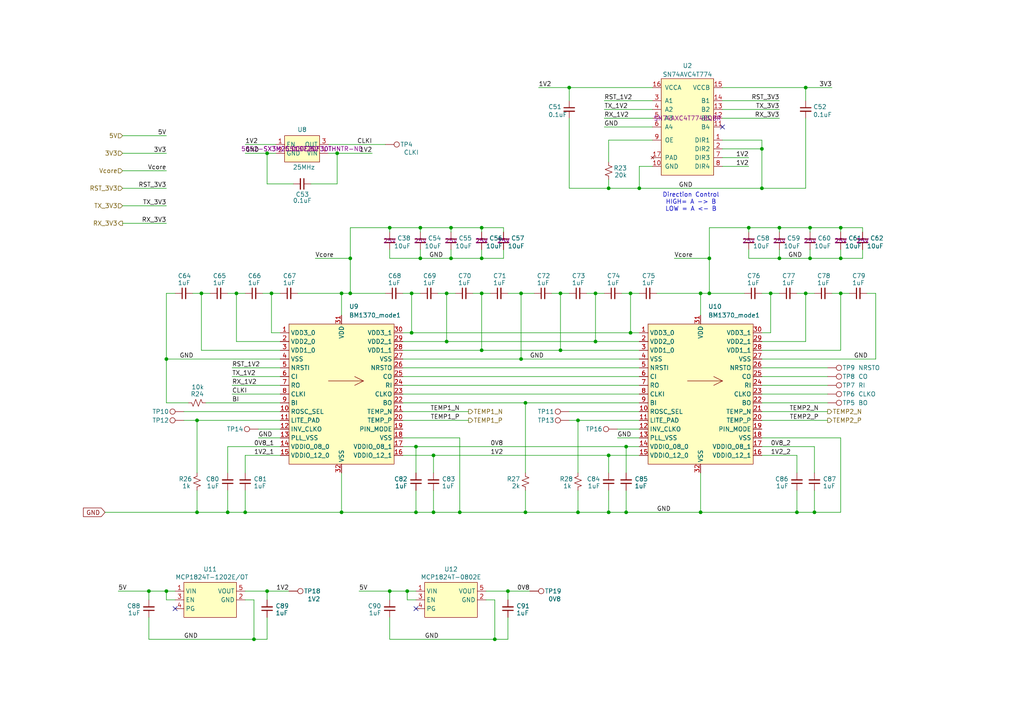
<source format=kicad_sch>
(kicad_sch (version 20250114) (generator "eeschema") (generator_version "9.0")
  (paper "A4")
  (title_block (title "bitaxeGamma Turbo") (date "2025-05-12") (rev "800xxx"))
  (text "Direction Control\nHIGH= A -> B\nLOW = A <- B" (at 200.406 58.674 0) (effects (font (size 1.27 1.27))))
  (junction (at 130.81 66.04))
  (junction (at 152.4 148.59))
  (junction (at 165.1 25.4))
  (junction (at 233.68 25.4))
  (junction (at 162.56 85.09))
  (junction (at 231.14 148.59))
  (junction (at 151.13 104.14))
  (junction (at 125.73 132.08))
  (junction (at 152.4 116.84))
  (junction (at 243.84 85.09))
  (junction (at 73.66 185.42))
  (junction (at 226.06 66.04))
  (junction (at 71.12 148.59))
  (junction (at 243.84 74.93))
  (junction (at 129.54 85.09))
  (junction (at 203.2 85.09))
  (junction (at 48.26 104.14))
  (junction (at 143.51 185.42))
  (junction (at 57.15 148.59))
  (junction (at 203.2 148.59))
  (junction (at 125.73 148.59))
  (junction (at 68.58 85.09))
  (junction (at 226.06 74.93))
  (junction (at 243.84 66.04))
  (junction (at 119.38 85.09))
  (junction (at 176.53 148.59))
  (junction (at 182.88 85.09))
  (junction (at 234.95 74.93))
  (junction (at 101.6 85.09))
  (junction (at 147.32 171.45))
  (junction (at 121.92 74.93))
  (junction (at 220.98 54.61))
  (junction (at 162.56 101.6))
  (junction (at 77.47 44.45))
  (junction (at 77.47 171.45))
  (junction (at 220.98 43.18))
  (junction (at 121.92 66.04))
  (junction (at 130.81 74.93))
  (junction (at 234.95 66.04))
  (junction (at 120.65 148.59))
  (junction (at 181.61 129.54))
  (junction (at 57.15 121.92))
  (junction (at 101.6 74.93))
  (junction (at 99.06 85.09))
  (junction (at 119.38 96.52))
  (junction (at 113.03 171.45))
  (junction (at 58.42 85.09))
  (junction (at 139.7 66.04))
  (junction (at 233.68 85.09))
  (junction (at 185.42 54.61))
  (junction (at 99.06 148.59))
  (junction (at 66.04 148.59))
  (junction (at 129.54 99.06))
  (junction (at 48.26 171.45))
  (junction (at 78.74 85.09))
  (junction (at 217.17 66.04))
  (junction (at 43.18 171.45))
  (junction (at 139.7 101.6))
  (junction (at 223.52 85.09))
  (junction (at 139.7 85.09))
  (junction (at 205.74 85.09))
  (junction (at 167.64 148.59))
  (junction (at 181.61 148.59))
  (junction (at 167.64 121.92))
  (junction (at 97.79 44.45))
  (junction (at 205.74 74.93))
  (junction (at 236.22 148.59))
  (junction (at 113.03 66.04))
  (junction (at 120.65 129.54))
  (junction (at 133.35 148.59))
  (junction (at 176.53 54.61))
  (junction (at 182.88 96.52))
  (junction (at 172.72 85.09))
  (junction (at 172.72 99.06))
  (junction (at 118.11 171.45))
  (junction (at 139.7 74.93))
  (junction (at 151.13 85.09))
  (junction (at 176.53 132.08))
  (no_connect (at 209.55 36.83))
  (no_connect (at 50.8 176.53))
  (no_connect (at 120.65 176.53))
  (wire (pts (xy 254 85.09) (xy 254 104.14)))
  (wire (pts (xy 120.65 148.59) (xy 99.06 148.59)))
  (wire (pts (xy 133.35 127) (xy 133.35 148.59)))
  (wire (pts (xy 71.12 148.59) (xy 99.06 148.59)))
  (wire (pts (xy 176.53 52.07) (xy 176.53 54.61)))
  (wire (pts (xy 139.7 85.09) (xy 142.24 85.09)))
  (wire (pts (xy 71.12 132.08) (xy 71.12 137.16)))
  (wire (pts (xy 130.81 74.93) (xy 139.7 74.93)))
  (wire (pts (xy 34.29 171.45) (xy 43.18 171.45)))
  (wire (pts (xy 43.18 185.42) (xy 43.18 179.07)))
  (wire (pts (xy 220.98 106.68) (xy 240.03 106.68)))
  (wire (pts (xy 162.56 85.09) (xy 165.1 85.09)))
  (wire (pts (xy 220.98 43.18) (xy 220.98 54.61)))
  (wire (pts (xy 120.65 142.24) (xy 120.65 148.59)))
  (wire (pts (xy 71.12 44.45) (xy 77.47 44.45)))
  (wire (pts (xy 118.11 171.45) (xy 120.65 171.45)))
  (wire (pts (xy 116.84 101.6) (xy 139.7 101.6)))
  (wire (pts (xy 101.6 66.04) (xy 101.6 74.93)))
  (wire (pts (xy 234.95 66.04) (xy 226.06 66.04)))
  (wire (pts (xy 99.06 85.09) (xy 86.36 85.09)))
  (wire (pts (xy 160.02 85.09) (xy 162.56 85.09)))
  (wire (pts (xy 152.4 116.84) (xy 152.4 137.16)))
  (wire (pts (xy 165.1 119.38) (xy 185.42 119.38)))
  (wire (pts (xy 175.26 34.29) (xy 189.23 34.29)))
  (wire (pts (xy 99.06 91.44) (xy 99.06 85.09)))
  (wire (pts (xy 223.52 85.09) (xy 226.06 85.09)))
  (wire (pts (xy 217.17 74.93) (xy 226.06 74.93)))
  (wire (pts (xy 77.47 44.45) (xy 77.47 53.34)))
  (wire (pts (xy 226.06 66.04) (xy 217.17 66.04)))
  (wire (pts (xy 118.11 173.99) (xy 118.11 171.45)))
  (wire (pts (xy 203.2 137.16) (xy 203.2 148.59)))
  (wire (pts (xy 121.92 66.04) (xy 113.03 66.04)))
  (wire (pts (xy 226.06 66.04) (xy 226.06 67.31)))
  (wire (pts (xy 30.48 148.59) (xy 57.15 148.59)))
  (wire (pts (xy 130.81 72.39) (xy 130.81 74.93)))
  (wire (pts (xy 147.32 185.42) (xy 143.51 185.42)))
  (wire (pts (xy 48.26 116.84) (xy 48.26 104.14)))
  (wire (pts (xy 143.51 173.99) (xy 143.51 185.42)))
  (wire (pts (xy 71.12 85.09) (xy 68.58 85.09)))
  (wire (pts (xy 53.34 121.92) (xy 57.15 121.92)))
  (wire (pts (xy 129.54 85.09) (xy 132.08 85.09)))
  (wire (pts (xy 172.72 85.09) (xy 172.72 99.06)))
  (wire (pts (xy 203.2 148.59) (xy 231.14 148.59)))
  (wire (pts (xy 165.1 25.4) (xy 165.1 29.21)))
  (wire (pts (xy 68.58 85.09) (xy 68.58 99.06)))
  (wire (pts (xy 220.98 129.54) (xy 236.22 129.54)))
  (wire (pts (xy 67.31 111.76) (xy 81.28 111.76)))
  (wire (pts (xy 254 104.14) (xy 220.98 104.14)))
  (wire (pts (xy 43.18 171.45) (xy 43.18 173.99)))
  (wire (pts (xy 66.04 142.24) (xy 66.04 148.59)))
  (wire (pts (xy 66.04 148.59) (xy 71.12 148.59)))
  (wire (pts (xy 220.98 132.08) (xy 231.14 132.08)))
  (wire (pts (xy 35.56 54.61) (xy 48.26 54.61)))
  (wire (pts (xy 189.23 40.64) (xy 176.53 40.64)))
  (wire (pts (xy 209.55 31.75) (xy 226.06 31.75)))
  (wire (pts (xy 167.64 121.92) (xy 167.64 137.16)))
  (wire (pts (xy 209.55 45.72) (xy 217.17 45.72)))
  (wire (pts (xy 68.58 99.06) (xy 81.28 99.06)))
  (wire (pts (xy 176.53 40.64) (xy 176.53 46.99)))
  (wire (pts (xy 233.68 85.09) (xy 233.68 99.06)))
  (wire (pts (xy 71.12 142.24) (xy 71.12 148.59)))
  (wire (pts (xy 233.68 99.06) (xy 220.98 99.06)))
  (wire (pts (xy 66.04 129.54) (xy 66.04 137.16)))
  (wire (pts (xy 165.1 121.92) (xy 167.64 121.92)))
  (wire (pts (xy 220.98 114.3) (xy 240.03 114.3)))
  (wire (pts (xy 175.26 36.83) (xy 189.23 36.83)))
  (wire (pts (xy 182.88 96.52) (xy 185.42 96.52)))
  (wire (pts (xy 59.69 116.84) (xy 81.28 116.84)))
  (wire (pts (xy 185.42 54.61) (xy 220.98 54.61)))
  (wire (pts (xy 156.21 25.4) (xy 165.1 25.4)))
  (wire (pts (xy 195.58 74.93) (xy 205.74 74.93)))
  (wire (pts (xy 233.68 25.4) (xy 233.68 29.21)))
  (wire (pts (xy 58.42 101.6) (xy 58.42 85.09)))
  (wire (pts (xy 125.73 132.08) (xy 176.53 132.08)))
  (wire (pts (xy 179.07 127) (xy 185.42 127)))
  (wire (pts (xy 234.95 66.04) (xy 234.95 67.31)))
  (wire (pts (xy 113.03 171.45) (xy 113.03 173.99)))
  (wire (pts (xy 236.22 129.54) (xy 236.22 137.16)))
  (wire (pts (xy 231.14 85.09) (xy 233.68 85.09)))
  (wire (pts (xy 97.79 44.45) (xy 107.95 44.45)))
  (wire (pts (xy 146.05 66.04) (xy 139.7 66.04)))
  (wire (pts (xy 140.97 173.99) (xy 143.51 173.99)))
  (wire (pts (xy 101.6 85.09) (xy 101.6 74.93)))
  (wire (pts (xy 180.34 85.09) (xy 182.88 85.09)))
  (wire (pts (xy 162.56 85.09) (xy 162.56 101.6)))
  (wire (pts (xy 116.84 96.52) (xy 119.38 96.52)))
  (wire (pts (xy 220.98 121.92) (xy 240.03 121.92)))
  (wire (pts (xy 67.31 106.68) (xy 81.28 106.68)))
  (wire (pts (xy 116.84 121.92) (xy 135.89 121.92)))
  (wire (pts (xy 190.5 85.09) (xy 203.2 85.09)))
  (wire (pts (xy 116.84 127) (xy 133.35 127)))
  (wire (pts (xy 48.26 171.45) (xy 43.18 171.45)))
  (wire (pts (xy 121.92 72.39) (xy 121.92 74.93)))
  (wire (pts (xy 121.92 66.04) (xy 121.92 67.31)))
  (wire (pts (xy 101.6 85.09) (xy 111.76 85.09)))
  (wire (pts (xy 127 85.09) (xy 129.54 85.09)))
  (wire (pts (xy 170.18 85.09) (xy 172.72 85.09)))
  (wire (pts (xy 137.16 85.09) (xy 139.7 85.09)))
  (wire (pts (xy 175.26 29.21) (xy 189.23 29.21)))
  (wire (pts (xy 54.61 116.84) (xy 48.26 116.84)))
  (wire (pts (xy 121.92 74.93) (xy 130.81 74.93)))
  (wire (pts (xy 71.12 171.45) (xy 77.47 171.45)))
  (wire (pts (xy 74.93 124.46) (xy 81.28 124.46)))
  (wire (pts (xy 220.98 40.64) (xy 220.98 43.18)))
  (wire (pts (xy 77.47 171.45) (xy 83.82 171.45)))
  (wire (pts (xy 220.98 54.61) (xy 233.68 54.61)))
  (wire (pts (xy 35.56 39.37) (xy 48.26 39.37)))
  (wire (pts (xy 50.8 173.99) (xy 48.26 173.99)))
  (wire (pts (xy 130.81 66.04) (xy 121.92 66.04)))
  (wire (pts (xy 120.65 129.54) (xy 181.61 129.54)))
  (wire (pts (xy 167.64 142.24) (xy 167.64 148.59)))
  (wire (pts (xy 91.44 74.93) (xy 101.6 74.93)))
  (wire (pts (xy 189.23 48.26) (xy 185.42 48.26)))
  (wire (pts (xy 77.47 53.34) (xy 85.09 53.34)))
  (wire (pts (xy 167.64 148.59) (xy 176.53 148.59)))
  (wire (pts (xy 176.53 54.61) (xy 185.42 54.61)))
  (wire (pts (xy 99.06 85.09) (xy 101.6 85.09)))
  (wire (pts (xy 48.26 171.45) (xy 50.8 171.45)))
  (wire (pts (xy 151.13 85.09) (xy 151.13 104.14)))
  (wire (pts (xy 113.03 185.42) (xy 143.51 185.42)))
  (wire (pts (xy 35.56 49.53) (xy 48.26 49.53)))
  (wire (pts (xy 97.79 53.34) (xy 90.17 53.34)))
  (wire (pts (xy 95.25 44.45) (xy 97.79 44.45)))
  (wire (pts (xy 147.32 171.45) (xy 153.67 171.45)))
  (wire (pts (xy 57.15 121.92) (xy 81.28 121.92)))
  (wire (pts (xy 251.46 85.09) (xy 254 85.09)))
  (wire (pts (xy 125.73 148.59) (xy 133.35 148.59)))
  (wire (pts (xy 77.47 185.42) (xy 73.66 185.42)))
  (wire (pts (xy 220.98 127) (xy 243.84 127)))
  (wire (pts (xy 48.26 104.14) (xy 48.26 85.09)))
  (wire (pts (xy 53.34 119.38) (xy 81.28 119.38)))
  (wire (pts (xy 226.06 72.39) (xy 226.06 74.93)))
  (wire (pts (xy 250.19 74.93) (xy 250.19 72.39)))
  (wire (pts (xy 119.38 96.52) (xy 182.88 96.52)))
  (wire (pts (xy 55.88 85.09) (xy 58.42 85.09)))
  (wire (pts (xy 176.53 142.24) (xy 176.53 148.59)))
  (wire (pts (xy 67.31 109.22) (xy 81.28 109.22)))
  (wire (pts (xy 113.03 66.04) (xy 101.6 66.04)))
  (wire (pts (xy 81.28 132.08) (xy 71.12 132.08)))
  (wire (pts (xy 95.25 41.91) (xy 111.76 41.91)))
  (wire (pts (xy 113.03 72.39) (xy 113.03 74.93)))
  (wire (pts (xy 125.73 148.59) (xy 120.65 148.59)))
  (wire (pts (xy 116.84 104.14) (xy 151.13 104.14)))
  (wire (pts (xy 220.98 96.52) (xy 223.52 96.52)))
  (wire (pts (xy 176.53 148.59) (xy 181.61 148.59)))
  (wire (pts (xy 209.55 48.26) (xy 217.17 48.26)))
  (wire (pts (xy 125.73 142.24) (xy 125.73 148.59)))
  (wire (pts (xy 116.84 132.08) (xy 125.73 132.08)))
  (wire (pts (xy 113.03 185.42) (xy 113.03 179.07)))
  (wire (pts (xy 118.11 171.45) (xy 113.03 171.45)))
  (wire (pts (xy 152.4 142.24) (xy 152.4 148.59)))
  (wire (pts (xy 181.61 129.54) (xy 181.61 137.16)))
  (wire (pts (xy 104.14 171.45) (xy 113.03 171.45)))
  (wire (pts (xy 116.84 111.76) (xy 185.42 111.76)))
  (wire (pts (xy 236.22 142.24) (xy 236.22 148.59)))
  (wire (pts (xy 205.74 85.09) (xy 215.9 85.09)))
  (wire (pts (xy 151.13 104.14) (xy 185.42 104.14)))
  (wire (pts (xy 165.1 54.61) (xy 165.1 34.29)))
  (wire (pts (xy 146.05 74.93) (xy 146.05 72.39)))
  (wire (pts (xy 233.68 34.29) (xy 233.68 54.61)))
  (wire (pts (xy 209.55 34.29) (xy 226.06 34.29)))
  (wire (pts (xy 189.23 25.4) (xy 165.1 25.4)))
  (wire (pts (xy 116.84 109.22) (xy 185.42 109.22)))
  (wire (pts (xy 217.17 66.04) (xy 217.17 67.31)))
  (wire (pts (xy 140.97 171.45) (xy 147.32 171.45)))
  (wire (pts (xy 57.15 142.24) (xy 57.15 148.59)))
  (wire (pts (xy 35.56 44.45) (xy 48.26 44.45)))
  (wire (pts (xy 205.74 85.09) (xy 205.74 74.93)))
  (wire (pts (xy 241.3 85.09) (xy 243.84 85.09)))
  (wire (pts (xy 57.15 148.59) (xy 66.04 148.59)))
  (wire (pts (xy 74.93 127) (xy 81.28 127)))
  (wire (pts (xy 151.13 85.09) (xy 154.94 85.09)))
  (wire (pts (xy 120.65 129.54) (xy 120.65 137.16)))
  (wire (pts (xy 172.72 85.09) (xy 175.26 85.09)))
  (wire (pts (xy 116.84 116.84) (xy 152.4 116.84)))
  (wire (pts (xy 233.68 25.4) (xy 241.3 25.4)))
  (wire (pts (xy 209.55 40.64) (xy 220.98 40.64)))
  (wire (pts (xy 129.54 99.06) (xy 172.72 99.06)))
  (wire (pts (xy 116.84 99.06) (xy 129.54 99.06)))
  (wire (pts (xy 209.55 25.4) (xy 233.68 25.4)))
  (wire (pts (xy 243.84 74.93) (xy 250.19 74.93)))
  (wire (pts (xy 167.64 121.92) (xy 185.42 121.92)))
  (wire (pts (xy 116.84 114.3) (xy 185.42 114.3)))
  (wire (pts (xy 243.84 66.04) (xy 243.84 67.31)))
  (wire (pts (xy 66.04 85.09) (xy 68.58 85.09)))
  (wire (pts (xy 179.07 124.46) (xy 185.42 124.46)))
  (wire (pts (xy 81.28 96.52) (xy 78.74 96.52)))
  (wire (pts (xy 130.81 66.04) (xy 130.81 67.31)))
  (wire (pts (xy 220.98 85.09) (xy 223.52 85.09)))
  (wire (pts (xy 250.19 66.04) (xy 243.84 66.04)))
  (wire (pts (xy 152.4 116.84) (xy 185.42 116.84)))
  (wire (pts (xy 243.84 85.09) (xy 243.84 101.6)))
  (wire (pts (xy 139.7 66.04) (xy 130.81 66.04)))
  (wire (pts (xy 226.06 74.93) (xy 234.95 74.93)))
  (wire (pts (xy 182.88 85.09) (xy 182.88 96.52)))
  (wire (pts (xy 203.2 85.09) (xy 205.74 85.09)))
  (wire (pts (xy 234.95 74.93) (xy 243.84 74.93)))
  (wire (pts (xy 71.12 173.99) (xy 73.66 173.99)))
  (wire (pts (xy 81.28 101.6) (xy 58.42 101.6)))
  (wire (pts (xy 175.26 31.75) (xy 189.23 31.75)))
  (wire (pts (xy 78.74 96.52) (xy 78.74 85.09)))
  (wire (pts (xy 243.84 101.6) (xy 220.98 101.6)))
  (wire (pts (xy 113.03 74.93) (xy 121.92 74.93)))
  (wire (pts (xy 243.84 72.39) (xy 243.84 74.93)))
  (wire (pts (xy 181.61 148.59) (xy 203.2 148.59)))
  (wire (pts (xy 125.73 132.08) (xy 125.73 137.16)))
  (wire (pts (xy 139.7 101.6) (xy 162.56 101.6)))
  (wire (pts (xy 236.22 148.59) (xy 243.84 148.59)))
  (wire (pts (xy 231.14 148.59) (xy 236.22 148.59)))
  (wire (pts (xy 73.66 173.99) (xy 73.66 185.42)))
  (wire (pts (xy 185.42 48.26) (xy 185.42 54.61)))
  (wire (pts (xy 172.72 99.06) (xy 185.42 99.06)))
  (wire (pts (xy 234.95 72.39) (xy 234.95 74.93)))
  (wire (pts (xy 181.61 129.54) (xy 185.42 129.54)))
  (wire (pts (xy 176.53 132.08) (xy 176.53 137.16)))
  (wire (pts (xy 233.68 85.09) (xy 236.22 85.09)))
  (wire (pts (xy 220.98 116.84) (xy 240.03 116.84)))
  (wire (pts (xy 203.2 85.09) (xy 203.2 91.44)))
  (wire (pts (xy 99.06 137.16) (xy 99.06 148.59)))
  (wire (pts (xy 139.7 72.39) (xy 139.7 74.93)))
  (wire (pts (xy 80.01 44.45) (xy 77.47 44.45)))
  (wire (pts (xy 176.53 54.61) (xy 165.1 54.61)))
  (wire (pts (xy 58.42 85.09) (xy 60.96 85.09)))
  (wire (pts (xy 48.26 104.14) (xy 81.28 104.14)))
  (wire (pts (xy 152.4 148.59) (xy 167.64 148.59)))
  (wire (pts (xy 129.54 85.09) (xy 129.54 99.06)))
  (wire (pts (xy 43.18 185.42) (xy 73.66 185.42)))
  (wire (pts (xy 231.14 142.24) (xy 231.14 148.59)))
  (wire (pts (xy 205.74 66.04) (xy 205.74 74.93)))
  (wire (pts (xy 220.98 119.38) (xy 240.03 119.38)))
  (wire (pts (xy 243.84 85.09) (xy 246.38 85.09)))
  (wire (pts (xy 48.26 85.09) (xy 50.8 85.09)))
  (wire (pts (xy 116.84 129.54) (xy 120.65 129.54)))
  (wire (pts (xy 116.84 106.68) (xy 185.42 106.68)))
  (wire (pts (xy 182.88 85.09) (xy 185.42 85.09)))
  (wire (pts (xy 35.56 64.77) (xy 48.26 64.77)))
  (wire (pts (xy 120.65 173.99) (xy 118.11 173.99)))
  (wire (pts (xy 250.19 67.31) (xy 250.19 66.04)))
  (wire (pts (xy 147.32 85.09) (xy 151.13 85.09)))
  (wire (pts (xy 162.56 101.6) (xy 185.42 101.6)))
  (wire (pts (xy 77.47 171.45) (xy 77.47 173.99)))
  (wire (pts (xy 66.04 129.54) (xy 81.28 129.54)))
  (wire (pts (xy 97.79 44.45) (xy 97.79 53.34)))
  (wire (pts (xy 113.03 66.04) (xy 113.03 67.31)))
  (wire (pts (xy 139.7 74.93) (xy 146.05 74.93)))
  (wire (pts (xy 181.61 142.24) (xy 181.61 148.59)))
  (wire (pts (xy 116.84 85.09) (xy 119.38 85.09)))
  (wire (pts (xy 71.12 41.91) (xy 80.01 41.91)))
  (wire (pts (xy 231.14 132.08) (xy 231.14 137.16)))
  (wire (pts (xy 176.53 132.08) (xy 185.42 132.08)))
  (wire (pts (xy 146.05 67.31) (xy 146.05 66.04)))
  (wire (pts (xy 116.84 119.38) (xy 135.89 119.38)))
  (wire (pts (xy 119.38 85.09) (xy 121.92 85.09)))
  (wire (pts (xy 119.38 85.09) (xy 119.38 96.52)))
  (wire (pts (xy 35.56 59.69) (xy 48.26 59.69)))
  (wire (pts (xy 220.98 111.76) (xy 240.03 111.76)))
  (wire (pts (xy 139.7 85.09) (xy 139.7 101.6)))
  (wire (pts (xy 77.47 179.07) (xy 77.47 185.42)))
  (wire (pts (xy 139.7 66.04) (xy 139.7 67.31)))
  (wire (pts (xy 147.32 179.07) (xy 147.32 185.42)))
  (wire (pts (xy 220.98 109.22) (xy 240.03 109.22)))
  (wire (pts (xy 243.84 127) (xy 243.84 148.59)))
  (wire (pts (xy 76.2 85.09) (xy 78.74 85.09)))
  (wire (pts (xy 48.26 173.99) (xy 48.26 171.45)))
  (wire (pts (xy 209.55 29.21) (xy 226.06 29.21)))
  (wire (pts (xy 133.35 148.59) (xy 152.4 148.59)))
  (wire (pts (xy 223.52 96.52) (xy 223.52 85.09)))
  (wire (pts (xy 57.15 121.92) (xy 57.15 137.16)))
  (wire (pts (xy 217.17 66.04) (xy 205.74 66.04)))
  (wire (pts (xy 217.17 72.39) (xy 217.17 74.93)))
  (wire (pts (xy 209.55 43.18) (xy 220.98 43.18)))
  (wire (pts (xy 243.84 66.04) (xy 234.95 66.04)))
  (wire (pts (xy 67.31 114.3) (xy 81.28 114.3)))
  (wire (pts (xy 147.32 171.45) (xy 147.32 173.99)))
  (wire (pts (xy 78.74 85.09) (xy 81.28 85.09)))
  (label "0V8" (at 153.67 171.45 180))
  (label "TEMP2_N" (at 237.49 119.38 180))
  (label "GND" (at 228.6 74.93 0))
  (label "TEMP1_N" (at 133.35 119.38 180))
  (label "1V2" (at 217.17 45.72 180))
  (label "1V2" (at 83.82 171.45 180))
  (label "GND" (at 71.12 44.45 0))
  (label "GND" (at 52.07 104.14 0))
  (label "GND" (at 175.26 36.83 0))
  (label "1V2" (at 107.95 44.45 180))
  (label "0V8_1" (at 73.66 129.54 0))
  (label "RST_1V2" (at 175.26 29.21 0))
  (label "1V2" (at 156.21 25.4 0))
  (label "GND" (at 247.65 104.14 0))
  (label "1V2" (at 142.24 132.08 0))
  (label "RX_3V3" (at 48.26 64.77 180))
  (label "0V8_2" (at 223.52 129.54 0))
  (label "BI" (at 67.31 116.84 0))
  (label "5V" (at 48.26 39.37 180))
  (label "1V2" (at 217.17 48.26 180))
  (label "CLKI" (at 67.31 114.3 0))
  (label "1V2_1" (at 73.66 132.08 0))
  (label "Vcore" (at 195.58 74.93 0))
  (label "0V8" (at 142.24 129.54 0))
  (label "TEMP1_P" (at 133.35 121.92 180))
  (label "TX_1V2" (at 175.26 31.75 0))
  (label "RX_1V2" (at 175.26 34.29 0))
  (label "GND" (at 123.19 185.42 0))
  (label "Vcore" (at 91.44 74.93 0))
  (label "1V2_2" (at 223.52 132.08 0))
  (label "RX_3V3" (at 226.06 34.29 180))
  (label "RST_1V2" (at 67.31 106.68 0))
  (label "3V3" (at 241.3 25.4 180))
  (label "RX_1V2" (at 67.31 111.76 0))
  (label "5V" (at 104.14 171.45 0))
  (label "GND" (at 190.5 148.59 0))
  (label "3V3" (at 48.26 44.45 180))
  (label "GND" (at 196.85 54.61 0))
  (label "GND" (at 124.46 74.93 0))
  (label "TX_1V2" (at 67.31 109.22 0))
  (label "GND" (at 74.93 127 0))
  (label "RST_3V3" (at 226.06 29.21 180))
  (label "TEMP2_P" (at 237.49 121.92 180))
  (label "Vcore" (at 48.26 49.53 180))
  (label "GND" (at 179.07 127 0))
  (label "1V2" (at 71.12 41.91 0))
  (label "GND" (at 153.67 104.14 0))
  (label "RST_3V3" (at 48.26 54.61 180))
  (label "GND" (at 53.34 185.42 0))
  (label "TX_3V3" (at 226.06 31.75 180))
  (label "5V" (at 34.29 171.45 0))
  (label "TX_3V3" (at 48.26 59.69 180))
  (label "CLKI" (at 107.95 41.91 180))
  (global_label "GND" (shape input) (at 30.48 148.59 180) (property "Intersheetrefs" "${INTERSHEET_REFS}" (effects (hide yes))))
  (hierarchical_label "3V3" (shape input) (at 35.56 44.45 180))
  (hierarchical_label "Vcore" (shape input) (at 35.56 49.53 180))
  (hierarchical_label "TEMP1_P" (shape output) (at 135.89 121.92 0))
  (hierarchical_label "RX_3V3" (shape output) (at 35.56 64.77 180))
  (hierarchical_label "TX_3V3" (shape input) (at 35.56 59.69 180))
  (hierarchical_label "TEMP1_N" (shape output) (at 135.89 119.38 0))
  (hierarchical_label "5V" (shape input) (at 35.56 39.37 180))
  (hierarchical_label "TEMP2_N" (shape output) (at 240.03 119.38 0))
  (hierarchical_label "TEMP2_P" (shape output) (at 240.03 121.92 0))
  (hierarchical_label "RST_3V3" (shape input) (at 35.56 54.61 180))
  (symbol (lib_id "Connector:TestPoint") (at 53.34 119.38 90) (mirror x) (unit 1) (in_bom no)
    (property "Reference" "TP10" (at 49.022 119.38 90) (effects (justify left)))
    (property "Value" "TestPoint" (effects (hide yes)))
    (property "Footprint" "TestPoint:TestPoint_Pad_D1.0mm" (effects (hide yes)))
    (property "Description" "test point" (effects (hide yes)))
  )
  (symbol (lib_id "Device:R_Small_US") (at 57.15 139.7 0) (mirror x) (unit 1)
    (property "Reference" "R26" (at 51.816 138.938 0) (effects (justify left)))
    (property "Value" "1k" (at 52.832 140.97 0) (effects (justify left)))
    (property "Footprint" "Resistor_SMD:R_0402_1005Metric" (effects (hide yes)))
    (property "Description" "Resistor, small US symbol" (effects (hide yes)))
    (property "PARTNO" "RC0402FR-071KL" (effects (hide yes)))
    (property "DK" "311-1.00KLRCT-ND" (effects (hide yes)))
    (property "LCSC" "C106235" (effects (hide yes)))
  )
  (symbol (lib_id "Device:C_Small") (at 147.32 176.53 0) (mirror x) (unit 1)
    (property "Reference" "C91" (at 153.67 175.768 0) (effects (justify right)))
    (property "Value" "1uF" (at 153.416 177.8 0) (effects (justify right)))
    (property "Footprint" "Capacitor_SMD:C_0402_1005Metric" (effects (hide yes)))
    (property "Datasheet" "https://mm.digikey.com/Volume0/opasdata/d220001/medias/docus/1117/EMK105BJ105MV-F_SS.pdf" (effects (hide yes)))
    (property "Description" "Unpolarized capacitor, small symbol" (effects (hide yes)))
    (property "DK" "587-5514-1-ND" (effects (hide yes)))
    (property "PARTNO" "EMK105BJ105MV-F" (effects (hide yes)))
    (property "LCSC" "C181017" (effects (hide yes)))
  )
  (symbol (lib_id "Device:C_Small") (at 234.95 69.85 0) (unit 1)
    (property "Reference" "C60" (at 241.046 69.088 0) (effects (justify right)))
    (property "Value" "10uF" (at 241.046 71.374 0) (effects (justify right)))
    (property "Footprint" "Capacitor_SMD:C_0603_1608Metric" (effects (hide yes)))
    (property "Description" "Unpolarized capacitor, small symbol" (effects (hide yes)))
    (property "PARTNO" "GRM188R61E106KA73D" (effects (hide yes)))
    (property "DK" "490-18214-1-ND" (effects (hide yes)))
    (property "Voltage" "25V" (at 234.95 69.85 0))
    (property "LCSC" "C344022" (effects (hide yes)))
  )
  (symbol (lib_id "Device:C_Small") (at 165.1 31.75 0) (mirror y) (unit 1)
    (property "Reference" "C51" (at 159.004 30.988 0) (effects (justify right)))
    (property "Value" "0.1uF" (at 159.004 33.274 0) (effects (justify right)))
    (property "Footprint" "Capacitor_SMD:C_0402_1005Metric" (effects (hide yes)))
    (property "Datasheet" "https://datasheets.kyocera-avx.com/KGM_X7R.pdf" (effects (hide yes)))
    (property "Description" "Unpolarized capacitor, small symbol" (effects (hide yes)))
    (property "PARTNO" "KGM05AR71C104KH" (effects (hide yes)))
    (property "DK" "478-KGM05AR71C104KHCT-ND" (effects (hide yes)))
    (property "LCSC" "C5137487" (effects (hide yes)))
  )
  (symbol (lib_id "bitaxe:BM1370_mode1") (at 99.06 114.3 0) (unit 1)
    (property "Reference" "U9" (at 101.2541 88.9 0) (effects (justify left)))
    (property "Value" "BM1370_mode1" (at 101.2541 91.44 0) (effects (justify left)))
    (property "Footprint" "bitaxe:BM1370" (effects (hide yes)))
  )
  (symbol (lib_id "bitaxe:MCP1824") (at 60.96 172.72 0) (unit 1)
    (property "Reference" "U11" (at 60.96 165.1 0))
    (property "Value" "MCP1824T-1202E/OT" (at 61.468 167.386 0))
    (property "Footprint" "Package_TO_SOT_SMD:SOT-23-5" (effects (hide yes)))
    (property "Datasheet" "https://ww1.microchip.com/downloads/en/DeviceDoc/22070a.pdf" (effects (hide yes)))
    (property "DK" "MCP1824T-1202E/OTCT-ND" (effects (hide yes)))
    (property "PARTNO" "MCP1824T-1202E/OT" (effects (hide yes)))
  )
  (symbol (lib_id "Device:C_Small") (at 167.64 85.09 90) (unit 1)
    (property "Reference" "C73" (at 165.862 80.01 90) (effects (justify right)))
    (property "Value" "1uF" (at 165.862 82.042 90) (effects (justify right)))
    (property "Footprint" "Capacitor_SMD:C_0402_1005Metric" (effects (hide yes)))
    (property "Datasheet" "https://mm.digikey.com/Volume0/opasdata/d220001/medias/docus/1117/EMK105BJ105MV-F_SS.pdf" (effects (hide yes)))
    (property "Description" "Unpolarized capacitor, small symbol" (effects (hide yes)))
    (property "DK" "587-5514-1-ND" (effects (hide yes)))
    (property "PARTNO" "EMK105BJ105MV-F" (effects (hide yes)))
    (property "LCSC" "C181017" (effects (hide yes)))
  )
  (symbol (lib_id "bitaxe:SN74AVC4T774-BQB") (at 199.39 34.29 0) (unit 1)
    (property "Reference" "U2" (at 199.39 19.05 0))
    (property "Value" "SN74AVC4T774" (at 199.39 21.59 0))
    (property "Footprint" "bitaxe:BQB0016A-MFG" (effects (hide yes)))
    (property "Datasheet" "https://www.ti.com/lit/ds/symlink/sn74axc4t774.pdf" (effects (hide yes)))
    (property "DK" "296-SN74AXC4T774BQBRCT-ND" (effects (hide yes)))
    (property "PARTNO" "SN74AXC4T774BQBR" (at 199.39 34.29 0))
  )
  (symbol (lib_id "bitaxe:MCP1824") (at 130.81 172.72 0) (unit 1)
    (property "Reference" "U12" (at 130.81 165.1 0))
    (property "Value" "MCP1824T-0802E" (at 130.81 167.386 0))
    (property "Footprint" "Package_TO_SOT_SMD:SOT-23-5" (effects (hide yes)))
    (property "Datasheet" "https://ww1.microchip.com/downloads/en/DeviceDoc/22070a.pdf" (effects (hide yes)))
    (property "DK" "MCP1824T-0802E/OTCT-ND" (effects (hide yes)))
    (property "PARTNO" "MCP1824T-0802E/OT" (effects (hide yes)))
  )
  (symbol (lib_id "Device:C_Small") (at 248.92 85.09 90) (unit 1)
    (property "Reference" "C79" (at 247.142 80.01 90) (effects (justify right)))
    (property "Value" "1uF" (at 247.142 82.042 90) (effects (justify right)))
    (property "Footprint" "Capacitor_SMD:C_0402_1005Metric" (effects (hide yes)))
    (property "Datasheet" "https://mm.digikey.com/Volume0/opasdata/d220001/medias/docus/1117/EMK105BJ105MV-F_SS.pdf" (effects (hide yes)))
    (property "Description" "Unpolarized capacitor, small symbol" (effects (hide yes)))
    (property "DK" "587-5514-1-ND" (effects (hide yes)))
    (property "PARTNO" "EMK105BJ105MV-F" (effects (hide yes)))
    (property "LCSC" "C181017" (effects (hide yes)))
  )
  (symbol (lib_id "Device:C_Small") (at 71.12 139.7 0) (mirror x) (unit 1)
    (property "Reference" "C81" (at 77.47 138.938 0) (effects (justify right)))
    (property "Value" "1uF" (at 77.216 140.97 0) (effects (justify right)))
    (property "Footprint" "Capacitor_SMD:C_0402_1005Metric" (effects (hide yes)))
    (property "Datasheet" "https://mm.digikey.com/Volume0/opasdata/d220001/medias/docus/1117/EMK105BJ105MV-F_SS.pdf" (effects (hide yes)))
    (property "Description" "Unpolarized capacitor, small symbol" (effects (hide yes)))
    (property "DK" "587-5514-1-ND" (effects (hide yes)))
    (property "PARTNO" "EMK105BJ105MV-F" (effects (hide yes)))
    (property "LCSC" "C181017" (effects (hide yes)))
  )
  (symbol (lib_id "Connector:TestPoint") (at 111.76 41.91 270) (unit 1) (in_bom no)
    (property "Reference" "TP4" (at 116.078 41.91 90) (effects (justify left)))
    (property "Value" "CLKI" (at 117.094 44.196 90) (effects (justify left)))
    (property "Footprint" "TestPoint:TestPoint_Pad_D1.0mm" (effects (hide yes)))
    (property "Description" "test point" (effects (hide yes)))
  )
  (symbol (lib_id "Connector:TestPoint") (at 240.03 116.84 270) (unit 1) (in_bom no)
    (property "Reference" "TP5" (at 244.348 116.84 90) (effects (justify left)))
    (property "Value" "BO" (at 248.92 116.84 90) (effects (justify left)))
    (property "Footprint" "TestPoint:TestPoint_Pad_D1.0mm" (effects (hide yes)))
    (property "Description" "test point" (effects (hide yes)))
  )
  (symbol (lib_id "Device:C_Small") (at 187.96 85.09 90) (unit 1)
    (property "Reference" "C75" (at 186.182 80.01 90) (effects (justify right)))
    (property "Value" "1uF" (at 186.182 82.042 90) (effects (justify right)))
    (property "Footprint" "Capacitor_SMD:C_0402_1005Metric" (effects (hide yes)))
    (property "Datasheet" "https://mm.digikey.com/Volume0/opasdata/d220001/medias/docus/1117/EMK105BJ105MV-F_SS.pdf" (effects (hide yes)))
    (property "Description" "Unpolarized capacitor, small symbol" (effects (hide yes)))
    (property "DK" "587-5514-1-ND" (effects (hide yes)))
    (property "PARTNO" "EMK105BJ105MV-F" (effects (hide yes)))
    (property "LCSC" "C181017" (effects (hide yes)))
  )
  (symbol (lib_id "Device:C_Small") (at 226.06 69.85 0) (unit 1)
    (property "Reference" "C59" (at 232.156 69.088 0) (effects (justify right)))
    (property "Value" "10uF" (at 232.156 71.374 0) (effects (justify right)))
    (property "Footprint" "Capacitor_SMD:C_0603_1608Metric" (effects (hide yes)))
    (property "Description" "Unpolarized capacitor, small symbol" (effects (hide yes)))
    (property "PARTNO" "GRM188R61E106KA73D" (effects (hide yes)))
    (property "DK" "490-18214-1-ND" (effects (hide yes)))
    (property "Voltage" "25V" (at 226.06 69.85 0))
    (property "LCSC" "C344022" (effects (hide yes)))
  )
  (symbol (lib_id "Device:R_Small_US") (at 176.53 49.53 180) (unit 1)
    (property "Reference" "R23" (at 181.864 48.768 0) (effects (justify left)))
    (property "Value" "20k" (at 181.864 50.8 0) (effects (justify left)))
    (property "Footprint" "Resistor_SMD:R_0402_1005Metric" (effects (hide yes)))
    (property "Description" "Resistor, small US symbol" (effects (hide yes)))
    (property "PARTNO" "RC0402FR-0720KL" (effects (hide yes)))
    (property "DK" "311-20.0KLRCT-ND" (effects (hide yes)))
    (property "LCSC" "C93942" (effects (hide yes)))
  )
  (symbol (lib_id "Device:C_Small") (at 66.04 139.7 180) (unit 1)
    (property "Reference" "C80" (at 59.69 138.938 0) (effects (justify right)))
    (property "Value" "1uF" (at 59.944 140.97 0) (effects (justify right)))
    (property "Footprint" "Capacitor_SMD:C_0402_1005Metric" (effects (hide yes)))
    (property "Datasheet" "https://mm.digikey.com/Volume0/opasdata/d220001/medias/docus/1117/EMK105BJ105MV-F_SS.pdf" (effects (hide yes)))
    (property "Description" "Unpolarized capacitor, small symbol" (effects (hide yes)))
    (property "DK" "587-5514-1-ND" (effects (hide yes)))
    (property "PARTNO" "EMK105BJ105MV-F" (effects (hide yes)))
    (property "LCSC" "C181017" (effects (hide yes)))
  )
  (symbol (lib_id "Connector:TestPoint") (at 240.03 114.3 270) (unit 1) (in_bom no)
    (property "Reference" "TP6" (at 244.348 114.3 90) (effects (justify left)))
    (property "Value" "CLKO" (at 248.92 114.3 90) (effects (justify left)))
    (property "Footprint" "TestPoint:TestPoint_Pad_D1.0mm" (effects (hide yes)))
    (property "Description" "test point" (effects (hide yes)))
  )
  (symbol (lib_id "Device:C_Small") (at 43.18 176.53 180) (unit 1)
    (property "Reference" "C88" (at 36.83 175.768 0) (effects (justify right)))
    (property "Value" "1uF" (at 37.084 177.8 0) (effects (justify right)))
    (property "Footprint" "Capacitor_SMD:C_0402_1005Metric" (effects (hide yes)))
    (property "Datasheet" "https://mm.digikey.com/Volume0/opasdata/d220001/medias/docus/1117/EMK105BJ105MV-F_SS.pdf" (effects (hide yes)))
    (property "Description" "Unpolarized capacitor, small symbol" (effects (hide yes)))
    (property "DK" "587-5514-1-ND" (effects (hide yes)))
    (property "PARTNO" "EMK105BJ105MV-F" (effects (hide yes)))
    (property "LCSC" "C181017" (effects (hide yes)))
  )
  (symbol (lib_id "Device:C_Small") (at 63.5 85.09 90) (unit 1)
    (property "Reference" "C65" (at 61.722 80.01 90) (effects (justify right)))
    (property "Value" "1uF" (at 61.722 82.042 90) (effects (justify right)))
    (property "Footprint" "Capacitor_SMD:C_0402_1005Metric" (effects (hide yes)))
    (property "Datasheet" "https://mm.digikey.com/Volume0/opasdata/d220001/medias/docus/1117/EMK105BJ105MV-F_SS.pdf" (effects (hide yes)))
    (property "Description" "Unpolarized capacitor, small symbol" (effects (hide yes)))
    (property "DK" "587-5514-1-ND" (effects (hide yes)))
    (property "PARTNO" "EMK105BJ105MV-F" (effects (hide yes)))
    (property "LCSC" "C181017" (effects (hide yes)))
  )
  (symbol (lib_id "Device:R_Small_US") (at 167.64 139.7 0) (mirror x) (unit 1)
    (property "Reference" "R28" (at 162.306 138.938 0) (effects (justify left)))
    (property "Value" "1k" (at 163.322 140.97 0) (effects (justify left)))
    (property "Footprint" "Resistor_SMD:R_0402_1005Metric" (effects (hide yes)))
    (property "Description" "Resistor, small US symbol" (effects (hide yes)))
    (property "PARTNO" "RC0402FR-071KL" (effects (hide yes)))
    (property "DK" "311-1.00KLRCT-ND" (effects (hide yes)))
    (property "LCSC" "C106235" (effects (hide yes)))
  )
  (symbol (lib_id "Connector:TestPoint") (at 240.03 109.22 270) (unit 1) (in_bom no)
    (property "Reference" "TP8" (at 244.348 109.22 90) (effects (justify left)))
    (property "Value" "CO" (at 248.92 109.22 90) (effects (justify left)))
    (property "Footprint" "TestPoint:TestPoint_Pad_D1.0mm" (effects (hide yes)))
    (property "Description" "test point" (effects (hide yes)))
  )
  (symbol (lib_id "Device:C_Small") (at 134.62 85.09 90) (unit 1)
    (property "Reference" "C70" (at 132.842 80.01 90) (effects (justify right)))
    (property "Value" "1uF" (at 132.842 82.042 90) (effects (justify right)))
    (property "Footprint" "Capacitor_SMD:C_0402_1005Metric" (effects (hide yes)))
    (property "Datasheet" "https://mm.digikey.com/Volume0/opasdata/d220001/medias/docus/1117/EMK105BJ105MV-F_SS.pdf" (effects (hide yes)))
    (property "Description" "Unpolarized capacitor, small symbol" (effects (hide yes)))
    (property "DK" "587-5514-1-ND" (effects (hide yes)))
    (property "PARTNO" "EMK105BJ105MV-F" (effects (hide yes)))
    (property "LCSC" "C181017" (effects (hide yes)))
  )
  (symbol (lib_id "Device:C_Small") (at 120.65 139.7 180) (unit 1)
    (property "Reference" "C82" (at 114.3 138.938 0) (effects (justify right)))
    (property "Value" "1uF" (at 114.554 140.97 0) (effects (justify right)))
    (property "Footprint" "Capacitor_SMD:C_0402_1005Metric" (effects (hide yes)))
    (property "Datasheet" "https://mm.digikey.com/Volume0/opasdata/d220001/medias/docus/1117/EMK105BJ105MV-F_SS.pdf" (effects (hide yes)))
    (property "Description" "Unpolarized capacitor, small symbol" (effects (hide yes)))
    (property "DK" "587-5514-1-ND" (effects (hide yes)))
    (property "PARTNO" "EMK105BJ105MV-F" (effects (hide yes)))
    (property "LCSC" "C181017" (effects (hide yes)))
  )
  (symbol (lib_id "Device:C_Small") (at 177.8 85.09 90) (unit 1)
    (property "Reference" "C74" (at 176.022 80.01 90) (effects (justify right)))
    (property "Value" "1uF" (at 176.022 82.042 90) (effects (justify right)))
    (property "Footprint" "Capacitor_SMD:C_0402_1005Metric" (effects (hide yes)))
    (property "Datasheet" "https://mm.digikey.com/Volume0/opasdata/d220001/medias/docus/1117/EMK105BJ105MV-F_SS.pdf" (effects (hide yes)))
    (property "Description" "Unpolarized capacitor, small symbol" (effects (hide yes)))
    (property "DK" "587-5514-1-ND" (effects (hide yes)))
    (property "PARTNO" "EMK105BJ105MV-F" (effects (hide yes)))
    (property "LCSC" "C181017" (effects (hide yes)))
  )
  (symbol (lib_id "Device:C_Small") (at 124.46 85.09 90) (unit 1)
    (property "Reference" "C69" (at 122.682 80.01 90) (effects (justify right)))
    (property "Value" "1uF" (at 122.682 82.042 90) (effects (justify right)))
    (property "Footprint" "Capacitor_SMD:C_0402_1005Metric" (effects (hide yes)))
    (property "Datasheet" "https://mm.digikey.com/Volume0/opasdata/d220001/medias/docus/1117/EMK105BJ105MV-F_SS.pdf" (effects (hide yes)))
    (property "Description" "Unpolarized capacitor, small symbol" (effects (hide yes)))
    (property "DK" "587-5514-1-ND" (effects (hide yes)))
    (property "PARTNO" "EMK105BJ105MV-F" (effects (hide yes)))
    (property "LCSC" "C181017" (effects (hide yes)))
  )
  (symbol (lib_id "Device:C_Small") (at 236.22 139.7 0) (mirror x) (unit 1)
    (property "Reference" "C87" (at 242.57 138.938 0) (effects (justify right)))
    (property "Value" "1uF" (at 242.316 140.97 0) (effects (justify right)))
    (property "Footprint" "Capacitor_SMD:C_0402_1005Metric" (effects (hide yes)))
    (property "Datasheet" "https://mm.digikey.com/Volume0/opasdata/d220001/medias/docus/1117/EMK105BJ105MV-F_SS.pdf" (effects (hide yes)))
    (property "Description" "Unpolarized capacitor, small symbol" (effects (hide yes)))
    (property "DK" "587-5514-1-ND" (effects (hide yes)))
    (property "PARTNO" "EMK105BJ105MV-F" (effects (hide yes)))
    (property "LCSC" "C181017" (effects (hide yes)))
  )
  (symbol (lib_id "Device:C_Small") (at 233.68 31.75 0) (unit 1)
    (property "Reference" "C52" (at 239.776 30.988 0) (effects (justify right)))
    (property "Value" "0.1uF" (at 241.3 33.274 0) (effects (justify right)))
    (property "Footprint" "Capacitor_SMD:C_0402_1005Metric" (effects (hide yes)))
    (property "Datasheet" "https://datasheets.kyocera-avx.com/KGM_X7R.pdf" (effects (hide yes)))
    (property "Description" "Unpolarized capacitor, small symbol" (effects (hide yes)))
    (property "PARTNO" "KGM05AR71C104KH" (effects (hide yes)))
    (property "DK" "478-KGM05AR71C104KHCT-ND" (effects (hide yes)))
    (property "LCSC" "C5137487" (effects (hide yes)))
  )
  (symbol (lib_id "Device:C_Small") (at 243.84 69.85 0) (unit 1)
    (property "Reference" "C61" (at 249.936 69.088 0) (effects (justify right)))
    (property "Value" "10uF" (at 249.936 71.374 0) (effects (justify right)))
    (property "Footprint" "Capacitor_SMD:C_0603_1608Metric" (effects (hide yes)))
    (property "Description" "Unpolarized capacitor, small symbol" (effects (hide yes)))
    (property "PARTNO" "GRM188R61E106KA73D" (effects (hide yes)))
    (property "DK" "490-18214-1-ND" (effects (hide yes)))
    (property "Voltage" "25V" (at 243.84 69.85 0))
    (property "LCSC" "C344022" (effects (hide yes)))
  )
  (symbol (lib_id "Device:C_Small") (at 218.44 85.09 90) (unit 1)
    (property "Reference" "C76" (at 216.662 80.01 90) (effects (justify right)))
    (property "Value" "1uF" (at 216.662 82.042 90) (effects (justify right)))
    (property "Footprint" "Capacitor_SMD:C_0402_1005Metric" (effects (hide yes)))
    (property "Datasheet" "https://mm.digikey.com/Volume0/opasdata/d220001/medias/docus/1117/EMK105BJ105MV-F_SS.pdf" (effects (hide yes)))
    (property "Description" "Unpolarized capacitor, small symbol" (effects (hide yes)))
    (property "DK" "587-5514-1-ND" (effects (hide yes)))
    (property "PARTNO" "EMK105BJ105MV-F" (effects (hide yes)))
    (property "LCSC" "C181017" (effects (hide yes)))
  )
  (symbol (lib_id "Device:C_Small") (at 231.14 139.7 180) (unit 1)
    (property "Reference" "C86" (at 224.79 138.938 0) (effects (justify right)))
    (property "Value" "1uF" (at 225.044 140.97 0) (effects (justify right)))
    (property "Footprint" "Capacitor_SMD:C_0402_1005Metric" (effects (hide yes)))
    (property "Datasheet" "https://mm.digikey.com/Volume0/opasdata/d220001/medias/docus/1117/EMK105BJ105MV-F_SS.pdf" (effects (hide yes)))
    (property "Description" "Unpolarized capacitor, small symbol" (effects (hide yes)))
    (property "DK" "587-5514-1-ND" (effects (hide yes)))
    (property "PARTNO" "EMK105BJ105MV-F" (effects (hide yes)))
    (property "LCSC" "C181017" (effects (hide yes)))
  )
  (symbol (lib_id "Connector:TestPoint") (at 240.03 111.76 270) (unit 1) (in_bom no)
    (property "Reference" "TP7" (at 244.348 111.76 90) (effects (justify left)))
    (property "Value" "RI" (at 248.92 111.76 90) (effects (justify left)))
    (property "Footprint" "TestPoint:TestPoint_Pad_D1.0mm" (effects (hide yes)))
    (property "Description" "test point" (effects (hide yes)))
  )
  (symbol (lib_id "Connector:TestPoint") (at 53.34 121.92 90) (mirror x) (unit 1) (in_bom no)
    (property "Reference" "TP12" (at 49.022 121.92 90) (effects (justify left)))
    (property "Value" "TestPoint" (effects (hide yes)))
    (property "Footprint" "TestPoint:TestPoint_Pad_D1.0mm" (effects (hide yes)))
    (property "Description" "test point" (effects (hide yes)))
  )
  (symbol (lib_id "Device:C_Small") (at 113.03 176.53 180) (unit 1)
    (property "Reference" "C90" (at 106.68 175.768 0) (effects (justify right)))
    (property "Value" "1uF" (at 106.934 177.8 0) (effects (justify right)))
    (property "Footprint" "Capacitor_SMD:C_0402_1005Metric" (effects (hide yes)))
    (property "Datasheet" "https://mm.digikey.com/Volume0/opasdata/d220001/medias/docus/1117/EMK105BJ105MV-F_SS.pdf" (effects (hide yes)))
    (property "Description" "Unpolarized capacitor, small symbol" (effects (hide yes)))
    (property "DK" "587-5514-1-ND" (effects (hide yes)))
    (property "PARTNO" "EMK105BJ105MV-F" (effects (hide yes)))
    (property "LCSC" "C181017" (effects (hide yes)))
  )
  (symbol (lib_id "Device:C_Small") (at 121.92 69.85 0) (unit 1)
    (property "Reference" "C54" (at 128.016 69.088 0) (effects (justify right)))
    (property "Value" "10uF" (at 128.016 71.374 0) (effects (justify right)))
    (property "Footprint" "Capacitor_SMD:C_0603_1608Metric" (effects (hide yes)))
    (property "Description" "Unpolarized capacitor, small symbol" (effects (hide yes)))
    (property "PARTNO" "GRM188R61E106KA73D" (effects (hide yes)))
    (property "DK" "490-18214-1-ND" (effects (hide yes)))
    (property "Voltage" "25V" (at 121.92 69.85 0))
    (property "LCSC" "C344022" (effects (hide yes)))
  )
  (symbol (lib_id "Device:C_Small") (at 146.05 69.85 0) (unit 1)
    (property "Reference" "C57" (at 152.146 69.088 0) (effects (justify right)))
    (property "Value" "10uF" (at 152.146 71.374 0) (effects (justify right)))
    (property "Footprint" "Capacitor_SMD:C_0603_1608Metric" (effects (hide yes)))
    (property "Description" "Unpolarized capacitor, small symbol" (effects (hide yes)))
    (property "PARTNO" "GRM188R61E106KA73D" (effects (hide yes)))
    (property "DK" "490-18214-1-ND" (effects (hide yes)))
    (property "Voltage" "25V" (at 146.05 69.85 0))
    (property "LCSC" "C344022" (effects (hide yes)))
  )
  (symbol (lib_id "Device:R_Small_US") (at 57.15 116.84 90) (mirror x) (unit 1)
    (property "Reference" "R24" (at 59.182 114.3 90) (effects (justify left)))
    (property "Value" "10k" (at 59.182 112.268 90) (effects (justify left)))
    (property "Footprint" "Resistor_SMD:R_0402_1005Metric" (effects (hide yes)))
    (property "Datasheet" "https://www.yageo.com/upload/media/product/products/datasheet/rchip/PYu-RC_Group_51_RoHS_L_12.pdf" (effects (hide yes)))
    (property "Description" "Resistor, small US symbol" (effects (hide yes)))
    (property "PARTNO" "RC0402JR-0710KL" (effects (hide yes)))
    (property "DK" "311-10KJRCT-ND" (effects (hide yes)))
    (property "LCSC" "C60489" (effects (hide yes)))
  )
  (symbol (lib_id "Device:C_Small") (at 176.53 139.7 180) (unit 1)
    (property "Reference" "C84" (at 170.18 138.938 0) (effects (justify right)))
    (property "Value" "1uF" (at 170.434 140.97 0) (effects (justify right)))
    (property "Footprint" "Capacitor_SMD:C_0402_1005Metric" (effects (hide yes)))
    (property "Datasheet" "https://mm.digikey.com/Volume0/opasdata/d220001/medias/docus/1117/EMK105BJ105MV-F_SS.pdf" (effects (hide yes)))
    (property "Description" "Unpolarized capacitor, small symbol" (effects (hide yes)))
    (property "DK" "587-5514-1-ND" (effects (hide yes)))
    (property "PARTNO" "EMK105BJ105MV-F" (effects (hide yes)))
    (property "LCSC" "C181017" (effects (hide yes)))
  )
  (symbol (lib_id "Connector:TestPoint") (at 165.1 119.38 90) (mirror x) (unit 1) (in_bom no)
    (property "Reference" "TP11" (at 160.782 119.38 90) (effects (justify left)))
    (property "Value" "TestPoint" (effects (hide yes)))
    (property "Footprint" "TestPoint:TestPoint_Pad_D1.0mm" (effects (hide yes)))
    (property "Description" "test point" (effects (hide yes)))
  )
  (symbol (lib_id "Connector:TestPoint") (at 153.67 171.45 270) (unit 1) (in_bom no)
    (property "Reference" "TP19" (at 157.988 171.45 90) (effects (justify left)))
    (property "Value" "0V8" (at 159.004 173.736 90) (effects (justify left)))
    (property "Footprint" "TestPoint:TestPoint_Pad_D1.5mm" (effects (hide yes)))
    (property "Description" "test point" (effects (hide yes)))
  )
  (symbol (lib_id "Device:C_Small") (at 83.82 85.09 90) (unit 1)
    (property "Reference" "C67" (at 82.042 80.01 90) (effects (justify right)))
    (property "Value" "1uF" (at 82.042 82.042 90) (effects (justify right)))
    (property "Footprint" "Capacitor_SMD:C_0402_1005Metric" (effects (hide yes)))
    (property "Datasheet" "https://mm.digikey.com/Volume0/opasdata/d220001/medias/docus/1117/EMK105BJ105MV-F_SS.pdf" (effects (hide yes)))
    (property "Description" "Unpolarized capacitor, small symbol" (effects (hide yes)))
    (property "DK" "587-5514-1-ND" (effects (hide yes)))
    (property "PARTNO" "EMK105BJ105MV-F" (effects (hide yes)))
    (property "LCSC" "C181017" (effects (hide yes)))
  )
  (symbol (lib_id "Device:C_Small") (at 113.03 69.85 0) (unit 1)
    (property "Reference" "C38" (at 119.126 69.088 0) (effects (justify right)))
    (property "Value" "10uF" (at 119.126 71.374 0) (effects (justify right)))
    (property "Footprint" "Capacitor_SMD:C_0603_1608Metric" (effects (hide yes)))
    (property "Description" "Unpolarized capacitor, small symbol" (effects (hide yes)))
    (property "PARTNO" "GRM188R61E106KA73D" (effects (hide yes)))
    (property "DK" "490-18214-1-ND" (effects (hide yes)))
    (property "Voltage" "25V" (at 113.03 69.85 0))
    (property "LCSC" "C344022" (effects (hide yes)))
  )
  (symbol (lib_id "Device:R_Small_US") (at 152.4 139.7 180) (unit 1)
    (property "Reference" "R27" (at 150.876 138.938 0) (effects (justify left)))
    (property "Value" "2k" (at 150.876 140.97 0) (effects (justify left)))
    (property "Footprint" "Resistor_SMD:R_0402_1005Metric" (effects (hide yes)))
    (property "Description" "Resistor, small US symbol" (effects (hide yes)))
    (property "PARTNO" "RT0402BRD072KL" (effects (hide yes)))
    (property "DK" "YAG2303CT-ND" (effects (hide yes)))
    (property "LCSC" "C852711" (effects (hide yes)))
  )
  (symbol (lib_id "Device:C_Small") (at 73.66 85.09 90) (unit 1)
    (property "Reference" "C66" (at 71.882 80.01 90) (effects (justify right)))
    (property "Value" "1uF" (at 71.882 82.042 90) (effects (justify right)))
    (property "Footprint" "Capacitor_SMD:C_0402_1005Metric" (effects (hide yes)))
    (property "Datasheet" "https://mm.digikey.com/Volume0/opasdata/d220001/medias/docus/1117/EMK105BJ105MV-F_SS.pdf" (effects (hide yes)))
    (property "Description" "Unpolarized capacitor, small symbol" (effects (hide yes)))
    (property "DK" "587-5514-1-ND" (effects (hide yes)))
    (property "PARTNO" "EMK105BJ105MV-F" (effects (hide yes)))
    (property "LCSC" "C181017" (effects (hide yes)))
  )
  (symbol (lib_id "Connector:TestPoint") (at 74.93 124.46 90) (mirror x) (unit 1) (in_bom no)
    (property "Reference" "TP14" (at 70.612 124.46 90) (effects (justify left)))
    (property "Value" "TestPoint" (effects (hide yes)))
    (property "Footprint" "TestPoint:TestPoint_Pad_D1.0mm" (effects (hide yes)))
    (property "Description" "test point" (effects (hide yes)))
  )
  (symbol (lib_id "Device:C_Small") (at 217.17 69.85 0) (unit 1)
    (property "Reference" "C58" (at 223.266 69.088 0) (effects (justify right)))
    (property "Value" "10uF" (at 223.266 71.374 0) (effects (justify right)))
    (property "Footprint" "Capacitor_SMD:C_0603_1608Metric" (effects (hide yes)))
    (property "Description" "Unpolarized capacitor, small symbol" (effects (hide yes)))
    (property "PARTNO" "GRM188R61E106KA73D" (effects (hide yes)))
    (property "DK" "490-18214-1-ND" (effects (hide yes)))
    (property "Voltage" "25V" (at 217.17 69.85 0))
    (property "LCSC" "C344022" (effects (hide yes)))
  )
  (symbol (lib_id "Device:C_Small") (at 181.61 139.7 0) (mirror x) (unit 1)
    (property "Reference" "C85" (at 187.96 138.938 0) (effects (justify right)))
    (property "Value" "1uF" (at 187.706 140.97 0) (effects (justify right)))
    (property "Footprint" "Capacitor_SMD:C_0402_1005Metric" (effects (hide yes)))
    (property "Datasheet" "https://mm.digikey.com/Volume0/opasdata/d220001/medias/docus/1117/EMK105BJ105MV-F_SS.pdf" (effects (hide yes)))
    (property "Description" "Unpolarized capacitor, small symbol" (effects (hide yes)))
    (property "DK" "587-5514-1-ND" (effects (hide yes)))
    (property "PARTNO" "EMK105BJ105MV-F" (effects (hide yes)))
    (property "LCSC" "C181017" (effects (hide yes)))
  )
  (symbol (lib_id "Device:C_Small") (at 144.78 85.09 90) (unit 1)
    (property "Reference" "C71" (at 143.002 80.01 90) (effects (justify right)))
    (property "Value" "1uF" (at 143.002 82.042 90) (effects (justify right)))
    (property "Footprint" "Capacitor_SMD:C_0402_1005Metric" (effects (hide yes)))
    (property "Datasheet" "https://mm.digikey.com/Volume0/opasdata/d220001/medias/docus/1117/EMK105BJ105MV-F_SS.pdf" (effects (hide yes)))
    (property "Description" "Unpolarized capacitor, small symbol" (effects (hide yes)))
    (property "DK" "587-5514-1-ND" (effects (hide yes)))
    (property "PARTNO" "EMK105BJ105MV-F" (effects (hide yes)))
    (property "LCSC" "C181017" (effects (hide yes)))
  )
  (symbol (lib_id "Device:C_Small") (at 250.19 69.85 0) (unit 1)
    (property "Reference" "C62" (at 256.286 69.088 0) (effects (justify right)))
    (property "Value" "10uF" (at 256.286 71.374 0) (effects (justify right)))
    (property "Footprint" "Capacitor_SMD:C_0603_1608Metric" (effects (hide yes)))
    (property "Description" "Unpolarized capacitor, small symbol" (effects (hide yes)))
    (property "PARTNO" "GRM188R61E106KA73D" (effects (hide yes)))
    (property "DK" "490-18214-1-ND" (effects (hide yes)))
    (property "Voltage" "25V" (at 250.19 69.85 0))
    (property "LCSC" "C344022" (effects (hide yes)))
  )
  (symbol (lib_id "Device:C_Small") (at 87.63 53.34 270) (unit 1)
    (property "Reference" "C53" (at 89.662 56.388 90) (effects (justify right)))
    (property "Value" "0.1uF" (at 90.424 58.166 90) (effects (justify right)))
    (property "Footprint" "Capacitor_SMD:C_0402_1005Metric" (effects (hide yes)))
    (property "Datasheet" "https://datasheets.kyocera-avx.com/KGM_X7R.pdf" (effects (hide yes)))
    (property "Description" "Unpolarized capacitor, small symbol" (effects (hide yes)))
    (property "PARTNO" "KGM05AR71C104KH" (effects (hide yes)))
    (property "DK" "478-KGM05AR71C104KHCT-ND" (effects (hide yes)))
    (property "LCSC" "C5137487" (effects (hide yes)))
  )
  (symbol (lib_id "Connector:TestPoint") (at 240.03 106.68 270) (unit 1) (in_bom no)
    (property "Reference" "TP9" (at 244.348 106.68 90) (effects (justify left)))
    (property "Value" "NRSTO" (at 248.92 106.68 90) (effects (justify left)))
    (property "Footprint" "TestPoint:TestPoint_Pad_D1.0mm" (effects (hide yes)))
    (property "Description" "test point" (effects (hide yes)))
  )
  (symbol (lib_id "Device:C_Small") (at 114.3 85.09 90) (unit 1)
    (property "Reference" "C68" (at 112.522 80.01 90) (effects (justify right)))
    (property "Value" "1uF" (at 112.522 82.042 90) (effects (justify right)))
    (property "Footprint" "Capacitor_SMD:C_0402_1005Metric" (effects (hide yes)))
    (property "Datasheet" "https://mm.digikey.com/Volume0/opasdata/d220001/medias/docus/1117/EMK105BJ105MV-F_SS.pdf" (effects (hide yes)))
    (property "Description" "Unpolarized capacitor, small symbol" (effects (hide yes)))
    (property "DK" "587-5514-1-ND" (effects (hide yes)))
    (property "PARTNO" "EMK105BJ105MV-F" (effects (hide yes)))
    (property "LCSC" "C181017" (effects (hide yes)))
  )
  (symbol (lib_id "Device:C_Small") (at 238.76 85.09 90) (unit 1)
    (property "Reference" "C78" (at 236.982 80.01 90) (effects (justify right)))
    (property "Value" "1uF" (at 236.982 82.042 90) (effects (justify right)))
    (property "Footprint" "Capacitor_SMD:C_0402_1005Metric" (effects (hide yes)))
    (property "Datasheet" "https://mm.digikey.com/Volume0/opasdata/d220001/medias/docus/1117/EMK105BJ105MV-F_SS.pdf" (effects (hide yes)))
    (property "Description" "Unpolarized capacitor, small symbol" (effects (hide yes)))
    (property "DK" "587-5514-1-ND" (effects (hide yes)))
    (property "PARTNO" "EMK105BJ105MV-F" (effects (hide yes)))
    (property "LCSC" "C181017" (effects (hide yes)))
  )
  (symbol (lib_id "Device:C_Small") (at 125.73 139.7 0) (mirror x) (unit 1)
    (property "Reference" "C83" (at 132.08 138.938 0) (effects (justify right)))
    (property "Value" "1uF" (at 131.826 140.97 0) (effects (justify right)))
    (property "Footprint" "Capacitor_SMD:C_0402_1005Metric" (effects (hide yes)))
    (property "Datasheet" "https://mm.digikey.com/Volume0/opasdata/d220001/medias/docus/1117/EMK105BJ105MV-F_SS.pdf" (effects (hide yes)))
    (property "Description" "Unpolarized capacitor, small symbol" (effects (hide yes)))
    (property "DK" "587-5514-1-ND" (effects (hide yes)))
    (property "PARTNO" "EMK105BJ105MV-F" (effects (hide yes)))
    (property "LCSC" "C181017" (effects (hide yes)))
  )
  (symbol (lib_id "Connector:TestPoint") (at 179.07 124.46 90) (mirror x) (unit 1) (in_bom no)
    (property "Reference" "TP16" (at 174.752 124.46 90) (effects (justify left)))
    (property "Value" "TestPoint" (effects (hide yes)))
    (property "Footprint" "TestPoint:TestPoint_Pad_D1.0mm" (effects (hide yes)))
    (property "Description" "test point" (effects (hide yes)))
  )
  (symbol (lib_id "bitaxe:oscillator") (at 87.63 43.18 0) (unit 1)
    (property "Reference" "U8" (at 87.63 37.592 0))
    (property "Value" "25MHz" (at 88.138 48.514 0))
    (property "Footprint" "bitaxe:SMD3225-4P" (effects (hide yes)))
    (property "DK" "5852-SX3M25.000E20F30THNTR-ND" (at 87.63 43.18 0))
    (property "LCSC" "C5137262" (at 87.63 43.18 0))
    (property "PARTNO" "SX3M25.000E20F30THN" (at 87.63 43.18 0))
  )
  (symbol (lib_id "Connector:TestPoint") (at 165.1 121.92 90) (mirror x) (unit 1) (in_bom no)
    (property "Reference" "TP13" (at 160.782 121.92 90) (effects (justify left)))
    (property "Value" "TestPoint" (effects (hide yes)))
    (property "Footprint" "TestPoint:TestPoint_Pad_D1.0mm" (effects (hide yes)))
    (property "Description" "test point" (effects (hide yes)))
  )
  (symbol (lib_id "Device:C_Small") (at 77.47 176.53 0) (mirror x) (unit 1)
    (property "Reference" "C89" (at 83.82 175.768 0) (effects (justify right)))
    (property "Value" "1uF" (at 83.566 177.8 0) (effects (justify right)))
    (property "Footprint" "Capacitor_SMD:C_0402_1005Metric" (effects (hide yes)))
    (property "Datasheet" "https://mm.digikey.com/Volume0/opasdata/d220001/medias/docus/1117/EMK105BJ105MV-F_SS.pdf" (effects (hide yes)))
    (property "Description" "Unpolarized capacitor, small symbol" (effects (hide yes)))
    (property "DK" "587-5514-1-ND" (effects (hide yes)))
    (property "PARTNO" "EMK105BJ105MV-F" (effects (hide yes)))
    (property "LCSC" "C181017" (effects (hide yes)))
  )
  (symbol (lib_id "Device:C_Small") (at 130.81 69.85 0) (unit 1)
    (property "Reference" "C55" (at 136.906 69.088 0) (effects (justify right)))
    (property "Value" "10uF" (at 136.906 71.374 0) (effects (justify right)))
    (property "Footprint" "Capacitor_SMD:C_0603_1608Metric" (effects (hide yes)))
    (property "Description" "Unpolarized capacitor, small symbol" (effects (hide yes)))
    (property "PARTNO" "GRM188R61E106KA73D" (effects (hide yes)))
    (property "DK" "490-18214-1-ND" (effects (hide yes)))
    (property "Voltage" "25V" (at 130.81 69.85 0))
    (property "LCSC" "C344022" (effects (hide yes)))
  )
  (symbol (lib_id "Device:C_Small") (at 139.7 69.85 0) (unit 1)
    (property "Reference" "C56" (at 145.796 69.088 0) (effects (justify right)))
    (property "Value" "10uF" (at 145.796 71.374 0) (effects (justify right)))
    (property "Footprint" "Capacitor_SMD:C_0603_1608Metric" (effects (hide yes)))
    (property "Description" "Unpolarized capacitor, small symbol" (effects (hide yes)))
    (property "PARTNO" "GRM188R61E106KA73D" (effects (hide yes)))
    (property "DK" "490-18214-1-ND" (effects (hide yes)))
    (property "Voltage" "25V" (at 139.7 69.85 0))
    (property "LCSC" "C344022" (effects (hide yes)))
  )
  (symbol (lib_id "bitaxe:BM1370_mode1") (at 203.2 114.3 0) (unit 1)
    (property "Reference" "U10" (at 205.3941 88.9 0) (effects (justify left)))
    (property "Value" "BM1370_mode1" (at 205.3941 91.44 0) (effects (justify left)))
    (property "Footprint" "bitaxe:BM1370" (effects (hide yes)))
  )
  (symbol (lib_id "Device:C_Small") (at 53.34 85.09 90) (unit 1)
    (property "Reference" "C64" (at 51.562 80.01 90) (effects (justify right)))
    (property "Value" "1uF" (at 51.562 82.042 90) (effects (justify right)))
    (property "Footprint" "Capacitor_SMD:C_0402_1005Metric" (effects (hide yes)))
    (property "Datasheet" "https://mm.digikey.com/Volume0/opasdata/d220001/medias/docus/1117/EMK105BJ105MV-F_SS.pdf" (effects (hide yes)))
    (property "Description" "Unpolarized capacitor, small symbol" (effects (hide yes)))
    (property "DK" "587-5514-1-ND" (effects (hide yes)))
    (property "PARTNO" "EMK105BJ105MV-F" (effects (hide yes)))
    (property "LCSC" "C181017" (effects (hide yes)))
  )
  (symbol (lib_id "Connector:TestPoint") (at 83.82 171.45 270) (unit 1) (exclude_from_sim yes) (in_bom no)
    (property "Reference" "TP18" (at 88.138 171.45 90) (effects (justify left)))
    (property "Value" "1V2" (at 89.154 173.736 90) (effects (justify left)))
    (property "Footprint" "TestPoint:TestPoint_Pad_D1.5mm" (effects (hide yes)))
    (property "Description" "test point" (effects (hide yes)))
  )
  (symbol (lib_id "Device:C_Small") (at 228.6 85.09 90) (unit 1)
    (property "Reference" "C77" (at 226.822 80.01 90) (effects (justify right)))
    (property "Value" "1uF" (at 226.822 82.042 90) (effects (justify right)))
    (property "Footprint" "Capacitor_SMD:C_0402_1005Metric" (effects (hide yes)))
    (property "Datasheet" "https://mm.digikey.com/Volume0/opasdata/d220001/medias/docus/1117/EMK105BJ105MV-F_SS.pdf" (effects (hide yes)))
    (property "Description" "Unpolarized capacitor, small symbol" (effects (hide yes)))
    (property "DK" "587-5514-1-ND" (effects (hide yes)))
    (property "PARTNO" "EMK105BJ105MV-F" (effects (hide yes)))
    (property "LCSC" "C181017" (effects (hide yes)))
  )
  (symbol (lib_id "Device:C_Small") (at 157.48 85.09 90) (unit 1)
    (property "Reference" "C72" (at 155.702 80.01 90) (effects (justify right)))
    (property "Value" "1uF" (at 155.702 82.042 90) (effects (justify right)))
    (property "Footprint" "Capacitor_SMD:C_0402_1005Metric" (effects (hide yes)))
    (property "Datasheet" "https://mm.digikey.com/Volume0/opasdata/d220001/medias/docus/1117/EMK105BJ105MV-F_SS.pdf" (effects (hide yes)))
    (property "Description" "Unpolarized capacitor, small symbol" (effects (hide yes)))
    (property "DK" "587-5514-1-ND" (effects (hide yes)))
    (property "PARTNO" "EMK105BJ105MV-F" (effects (hide yes)))
    (property "LCSC" "C181017" (effects (hide yes)))
  )
)
</source>
